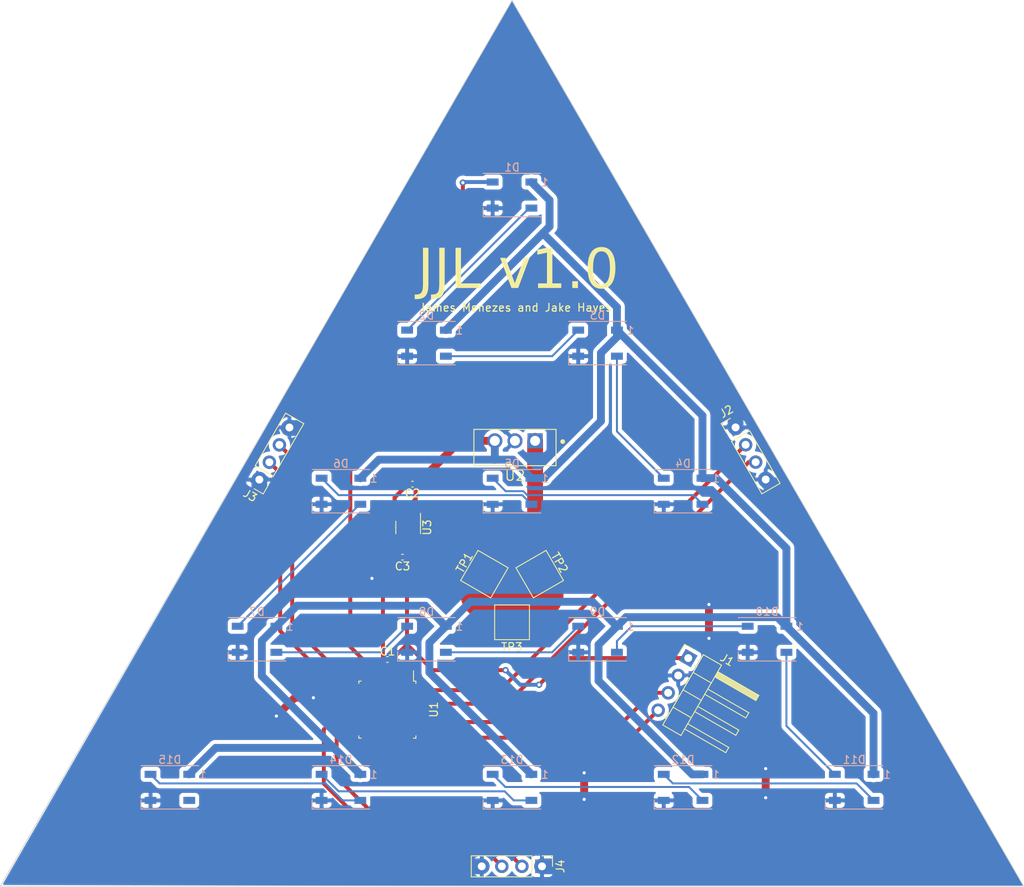
<source format=kicad_pcb>
(kicad_pcb (version 20221018) (generator pcbnew)
  (layers (0 "F.Cu" signal) (31 "B.Cu" signal) (34 "B.Paste" user) (35 "F.Paste" user) (36 "B.SilkS" user "B.Silkscreen") (37 "F.SilkS" user "F.Silkscreen") (38 "B.Mask" user) (39 "F.Mask" user) (44 "Edge.Cuts" user))
  (net 0 "")
  (net 1 "+3.3V")
  (net 2 "GND")
  (net 3 "+5V")
  (net 4 "Net-(D1-DOUT)")
  (net 5 "/TIM2_CH1")
  (net 6 "Net-(D2-DOUT)")
  (net 7 "Net-(D3-DOUT)")
  (net 8 "Net-(D4-DOUT)")
  (net 9 "Net-(D5-DOUT)")
  (net 10 "Net-(D6-DOUT)")
  (net 11 "Net-(D7-DOUT)")
  (net 12 "Net-(D8-DOUT)")
  (net 13 "Net-(D10-DIN)")
  (net 14 "Net-(D10-DOUT)")
  (net 15 "Net-(D11-DOUT)")
  (net 16 "Net-(D12-DOUT)")
  (net 17 "Net-(D13-DOUT)")
  (net 18 "Net-(D14-DOUT)")
  (net 20 "/SWDIO")
  (net 21 "/SWCLK")
  (net 22 "+12V")
  (net 23 "/USART3_RX")
  (net 24 "/USART3_TX")
  (net 25 "/USART2_RX")
  (net 26 "/USART2_TX")
  (net 27 "/USART1_RX")
  (net 28 "/USART1_TX")
  (footprint "TestPoint:TestPoint_Pad_4.0x4.0mm" (layer "F.Cu") (at 200.92 162.23 60)
    (fp_text reference "TP1" (at 0 -2.898 60) (layer "F.SilkS"))
    (fp_text value "+")
    (fp_line (start -2.2 -2.2) (end 2.2 -2.2) (stroke (width 0.12)) (layer "F.SilkS"))
    (fp_line (start -2.2 2.2) (end -2.2 -2.2) (stroke (width 0.12)) (layer "F.SilkS"))
    (fp_line (start 2.2 -2.2) (end 2.2 2.2) (stroke (width 0.12)) (layer "F.SilkS"))
    (fp_line (start 2.2 2.2) (end -2.2 2.2) (stroke (width 0.12)) (layer "F.SilkS"))
    (pad "1" smd rect (at 0 0 60) (size 4 4) (layers "F.Cu" "F.Mask") (net 22 "+12V"))
  )
  (footprint "L7805CV-DG:TO255P1040X460X2890-3" (layer "F.Cu") (at 204.79 146.2 180)
    (fp_text reference "U2" (at 0 -3.5499) (layer "F.SilkS") (effects (font (size 1.301291 1.301291))))
    (fp_text value "L7805CV-DG")
    (fp_line (start -5.2 -2.3) (end -5.2 2.3) (stroke (width 0.127)) (layer "F.SilkS"))
    (fp_line (start -5.2 -2.3) (end 5.2 -2.3) (stroke (width 0.127)) (layer "F.SilkS"))
    (fp_line (start -5.2 2.3) (end 5.2 2.3) (stroke (width 0.127)) (layer "F.SilkS"))
    (fp_line (start 5.2 2.3) (end 5.2 -2.3) (stroke (width 0.127)) (layer "F.SilkS"))
    (fp_circle (center -6.04 0.75) (end -5.89 0.75) (stroke (width 0.3)) (fill none) (layer "F.SilkS"))
    (pad "1" thru_hole rect (at -2.55 0.85 180) (size 1.91 1.91) (drill 1.27) (layers "*.Cu" "*.Mask") (net 22 "+12V"))
    (pad "2" thru_hole circle (at 0 0.85 180) (size 1.91 1.91) (drill 1.27) (layers "*.Cu" "*.Mask") (net 2 "GND"))
    (pad "3" thru_hole circle (at 2.55 0.85 180) (size 1.91 1.91) (drill 1.27) (layers "*.Cu" "*.Mask") (net 3 "+5V"))
  )
  (footprint "Connector_PinHeader_2.54mm:PinHeader_1x04_P2.54mm_Vertical" (layer "F.Cu") (at 232.71 143.649104 30)
    (fp_text reference "J2" (at 0 -2.33 30) (layer "F.SilkS"))
    (fp_text value "Conn_01x04_Pin")
    (fp_line (start -1.33 -1.33) (end 0 -1.33) (stroke (width 0.12)) (layer "F.SilkS"))
    (fp_line (start -1.33 0) (end -1.33 -1.33) (stroke (width 0.12)) (layer "F.SilkS"))
    (fp_line (start -1.33 1.27) (end -1.33 8.95) (stroke (width 0.12)) (layer "F.SilkS"))
    (fp_line (start -1.33 1.27) (end 1.33 1.27) (stroke (width 0.12)) (layer "F.SilkS"))
    (fp_line (start -1.33 8.95) (end 1.33 8.95) (stroke (width 0.12)) (layer "F.SilkS"))
    (fp_line (start 1.33 1.27) (end 1.33 8.95) (stroke (width 0.12)) (layer "F.SilkS"))
    (pad "1" thru_hole rect (at 0 0 30) (size 1.7 1.7) (drill 1) (layers "*.Cu" "*.Mask") (net 2 "GND"))
    (pad "2" thru_hole oval (at 0 2.54 30) (size 1.7 1.7) (drill 1) (layers "*.Cu" "*.Mask") (net 27 "/USART1_RX"))
    (pad "3" thru_hole oval (at 0 5.08 30) (size 1.7 1.7) (drill 1) (layers "*.Cu" "*.Mask") (net 28 "/USART1_TX"))
    (pad "4" thru_hole oval (at 0 7.62 30) (size 1.7 1.7) (drill 1) (layers "*.Cu" "*.Mask") (net 2 "GND"))
  )
  (footprint "Capacitor_SMD:C_0402_1005Metric_Pad0.74x0.62mm_HandSolder" (layer "F.Cu") (at 188.65 173.04 180)
    (fp_text reference "C1" (at -0.01 1.02) (layer "F.SilkS"))
    (fp_text value "100n")
    (fp_line (start -0.115835 -0.36) (end 0.115835 -0.36) (stroke (width 0.12)) (layer "F.SilkS"))
    (fp_line (start -0.115835 0.36) (end 0.115835 0.36) (stroke (width 0.12)) (layer "F.SilkS"))
    (pad "1" smd roundrect (at -0.5675 0 180) (size 0.735 0.62) (layers "F.Cu" "F.Paste" "F.Mask") (net 1 "+3.3V"))
    (pad "2" smd roundrect (at 0.5675 0 180) (size 0.735 0.62) (layers "F.Cu" "F.Paste" "F.Mask") (net 2 "GND"))
  )
  (footprint "Capacitor_SMD:C_0402_1005Metric_Pad0.74x0.62mm_HandSolder" (layer "F.Cu") (at 190.56 160.08 180)
    (fp_text reference "C3" (at 0 -1.16) (layer "F.SilkS"))
    (fp_text value "1u")
    (fp_line (start -0.115835 -0.36) (end 0.115835 -0.36) (stroke (width 0.12)) (layer "F.SilkS"))
    (fp_line (start -0.115835 0.36) (end 0.115835 0.36) (stroke (width 0.12)) (layer "F.SilkS"))
    (pad "1" smd roundrect (at -0.5675 0 180) (size 0.735 0.62) (layers "F.Cu" "F.Paste" "F.Mask") (net 1 "+3.3V"))
    (pad "2" smd roundrect (at 0.5675 0 180) (size 0.735 0.62) (layers "F.Cu" "F.Paste" "F.Mask") (net 2 "GND"))
  )
  (footprint "Connector_PinHeader_2.54mm:PinHeader_1x04_P2.54mm_Vertical" (layer "F.Cu") (at 208.21 199.23 -90)
    (fp_text reference "J4" (at 0 -2.33 90) (layer "F.SilkS"))
    (fp_text value "Conn_01x04_Pin")
    (fp_line (start -1.33 -1.33) (end 0 -1.33) (stroke (width 0.12)) (layer "F.SilkS"))
    (fp_line (start -1.33 0) (end -1.33 -1.33) (stroke (width 0.12)) (layer "F.SilkS"))
    (fp_line (start -1.33 1.27) (end -1.33 8.95) (stroke (width 0.12)) (layer "F.SilkS"))
    (fp_line (start -1.33 1.27) (end 1.33 1.27) (stroke (width 0.12)) (layer "F.SilkS"))
    (fp_line (start -1.33 8.95) (end 1.33 8.95) (stroke (width 0.12)) (layer "F.SilkS"))
    (fp_line (start 1.33 1.27) (end 1.33 8.95) (stroke (width 0.12)) (layer "F.SilkS"))
    (pad "1" thru_hole rect (at 0 0 270) (size 1.7 1.7) (drill 1) (layers "*.Cu" "*.Mask") (net 2 "GND"))
    (pad "2" thru_hole oval (at 0 2.54 270) (size 1.7 1.7) (drill 1) (layers "*.Cu" "*.Mask") (net 23 "/USART3_RX"))
    (pad "3" thru_hole oval (at 0 5.08 270) (size 1.7 1.7) (drill 1) (layers "*.Cu" "*.Mask") (net 24 "/USART3_TX"))
    (pad "4" thru_hole oval (at 0 7.62 270) (size 1.7 1.7) (drill 1) (layers "*.Cu" "*.Mask") (net 2 "GND"))
  )
  (footprint "TestPoint:TestPoint_Pad_4.0x4.0mm" (layer "F.Cu") (at 204.42 168.33 180)
    (fp_text reference "TP3" (at 0.02 -3.12) (layer "F.SilkS"))
    (fp_text value "+")
    (fp_line (start -2.2 -2.2) (end 2.2 -2.2) (stroke (width 0.12)) (layer "F.SilkS"))
    (fp_line (start -2.2 2.2) (end -2.2 -2.2) (stroke (width 0.12)) (layer "F.SilkS"))
    (fp_line (start 2.2 -2.2) (end 2.2 2.2) (stroke (width 0.12)) (layer "F.SilkS"))
    (fp_line (start 2.2 2.2) (end -2.2 2.2) (stroke (width 0.12)) (layer "F.SilkS"))
    (pad "1" smd rect (at 0 0 180) (size 4 4) (layers "F.Cu" "F.Mask") (net 22 "+12V"))
  )
  (footprint "Package_TO_SOT_SMD:SOT-23-5" (layer "F.Cu") (at 191.27 156.32 -90)
    (fp_text reference "U3" (at 0 -2.4 90) (layer "F.SilkS"))
    (fp_text value "TLV70033_SOT23-5")
    (fp_line (start 0 -1.56) (end -1.8 -1.56) (stroke (width 0.12)) (layer "F.SilkS"))
    (fp_line (start 0 -1.56) (end 0.8 -1.56) (stroke (width 0.12)) (layer "F.SilkS"))
    (fp_line (start 0 1.56) (end -0.8 1.56) (stroke (width 0.12)) (layer "F.SilkS"))
    (fp_line (start 0 1.56) (end 0.8 1.56) (stroke (width 0.12)) (layer "F.SilkS"))
    (pad "1" smd roundrect (at -1.1375 -0.95 270) (size 1.325 0.6) (layers "F.Cu" "F.Paste" "F.Mask") (net 3 "+5V"))
    (pad "2" smd roundrect (at -1.1375 0 270) (size 1.325 0.6) (layers "F.Cu" "F.Paste" "F.Mask") (net 2 "GND"))
    (pad "3" smd roundrect (at -1.1375 0.95 270) (size 1.325 0.6) (layers "F.Cu" "F.Paste" "F.Mask") (net 3 "+5V"))
    (pad "4" smd roundrect (at 1.1375 0.95 270) (size 1.325 0.6) (layers "F.Cu" "F.Paste" "F.Mask"))
    (pad "5" smd roundrect (at 1.1375 -0.95 270) (size 1.325 0.6) (layers "F.Cu" "F.Paste" "F.Mask") (net 1 "+3.3V"))
  )
  (footprint "Connector_PinHeader_2.54mm:PinHeader_1x04_P2.54mm_Horizontal" (layer "F.Cu") (at 226.72 172.860295 -30)
    (fp_text reference "J1" (at 4.385 -2.27 150) (layer "F.SilkS"))
    (fp_text value "Conn_01x04_Pin")
    (fp_line (start -1.27 -1.27) (end 0 -1.27) (stroke (width 0.12)) (layer "F.SilkS"))
    (fp_line (start -1.27 0) (end -1.27 -1.27) (stroke (width 0.12)) (layer "F.SilkS"))
    (fp_line (start 1.042929 2.16) (end 1.44 2.16) (stroke (width 0.12)) (layer "F.SilkS"))
    (fp_line (start 1.042929 2.92) (end 1.44 2.92) (stroke (width 0.12)) (layer "F.SilkS"))
    (fp_line (start 1.042929 4.7) (end 1.44 4.7) (stroke (width 0.12)) (layer "F.SilkS"))
    (fp_line (start 1.042929 5.46) (end 1.44 5.46) (stroke (width 0.12)) (layer "F.SilkS"))
    (fp_line (start 1.042929 7.24) (end 1.44 7.24) (stroke (width 0.12)) (layer "F.SilkS"))
    (fp_line (start 1.042929 8) (end 1.44 8) (stroke (width 0.12)) (layer "F.SilkS"))
    (fp_line (start 1.11 -0.38) (end 1.44 -0.38) (stroke (width 0.12)) (layer "F.SilkS"))
    (fp_line (start 1.11 0.38) (end 1.44 0.38) (stroke (width 0.12)) (layer "F.SilkS"))
    (fp_line (start 1.44 -1.33) (end 1.44 8.95) (stroke (width 0.12)) (layer "F.SilkS"))
    (fp_line (start 1.44 1.27) (end 4.1 1.27) (stroke (width 0.12)) (layer "F.SilkS"))
    (fp_line (start 1.44 3.81) (end 4.1 3.81) (stroke (width 0.12)) (layer "F.SilkS"))
    (fp_line (start 1.44 6.35) (end 4.1 6.35) (stroke (width 0.12)) (layer "F.SilkS"))
    (fp_line (start 1.44 8.95) (end 4.1 8.95) (stroke (width 0.12)) (layer "F.SilkS"))
    (fp_line (start 4.1 -1.33) (end 1.44 -1.33) (stroke (width 0.12)) (layer "F.SilkS"))
    (fp_line (start 4.1 -0.38) (end 10.1 -0.38) (stroke (width 0.12)) (layer "F.SilkS"))
    (fp_line (start 4.1 -0.32) (end 10.1 -0.32) (stroke (width 0.12)) (layer "F.SilkS"))
    (fp_line (start 4.1 -0.2) (end 10.1 -0.2) (stroke (width 0.12)) (layer "F.SilkS"))
    (fp_line (start 4.1 -0.08) (end 10.1 -0.08) (stroke (width 0.12)) (layer "F.SilkS"))
    (fp_line (start 4.1 0.04) (end 10.1 0.04) (stroke (width 0.12)) (layer "F.SilkS"))
    (fp_line (start 4.1 0.16) (end 10.1 0.16) (stroke (width 0.12)) (layer "F.SilkS"))
    (fp_line (start 4.1 0.28) (end 10.1 0.28) (stroke (width 0.12)) (layer "F.SilkS"))
    (fp_line (start 4.1 2.16) (end 10.1 2.16) (stroke (width 0.12)) (layer "F.SilkS"))
    (fp_line (start 4.1 4.7) (end 10.1 4.7) (stroke (width 0.12)) (layer "F.SilkS"))
    (fp_line (start 4.1 7.24) (end 10.1 7.24) (stroke (width 0.12)) (layer "F.SilkS"))
    (fp_line (start 4.1 8.95) (end 4.1 -1.33) (stroke (width 0.12)) (layer "F.SilkS"))
    (fp_line (start 10.1 -0.38) (end 10.1 0.38) (stroke (width 0.12)) (layer "F.SilkS"))
    (fp_line (start 10.1 0.38) (end 4.1 0.38) (stroke (width 0.12)) (layer "F.SilkS"))
    (fp_line (start 10.1 2.16) (end 10.1 2.92) (stroke (width 0.12)) (layer "F.SilkS"))
    (fp_line (start 10.1 2.92) (end 4.1 2.92) (stroke (width 0.12)) (layer "F.SilkS"))
    (fp_line (start 10.1 4.7) (end 10.1 5.46) (stroke (width 0.12)) (layer "F.SilkS"))
    (fp_line (start 10.1 5.46) (end 4.1 5.46) (stroke (width 0.12)) (layer "F.SilkS"))
    (fp_line (start 10.1 7.24) (end 10.1 8) (stroke (width 0.12)) (layer "F.SilkS"))
    (fp_line (start 10.1 8) (end 4.1 8) (stroke (width 0.12)) (layer "F.SilkS"))
    (pad "1" thru_hole rect (at 0 0 330) (size 1.7 1.7) (drill 1) (layers "*.Cu" "*.Mask") (net 1 "+3.3V"))
    (pad "2" thru_hole oval (at 0 2.54 330) (size 1.7 1.7) (drill 1) (layers "*.Cu" "*.Mask") (net 2 "GND"))
    (pad "3" thru_hole oval (at 0 5.08 330) (size 1.7 1.7) (drill 1) (layers "*.Cu" "*.Mask") (net 20 "/SWDIO"))
    (pad "4" thru_hole oval (at 0 7.62 330) (size 1.7 1.7) (drill 1) (layers "*.Cu" "*.Mask") (net 21 "/SWCLK"))
  )
  (footprint "Capacitor_SMD:C_0402_1005Metric_Pad0.74x0.62mm_HandSolder" (layer "F.Cu") (at 191.82 150.84 180)
    (fp_text reference "C2" (at 0 -1.16) (layer "F.SilkS"))
    (fp_text value "1u")
    (fp_line (start -0.115835 -0.36) (end 0.115835 -0.36) (stroke (width 0.12)) (layer "F.SilkS"))
    (fp_line (start -0.115835 0.36) (end 0.115835 0.36) (stroke (width 0.12)) (layer "F.SilkS"))
    (pad "1" smd roundrect (at -0.5675 0 180) (size 0.735 0.62) (layers "F.Cu" "F.Paste" "F.Mask") (net 3 "+5V"))
    (pad "2" smd roundrect (at 0.5675 0 180) (size 0.735 0.62) (layers "F.Cu" "F.Paste" "F.Mask") (net 2 "GND"))
  )
  (footprint "TestPoint:TestPoint_Pad_4.0x4.0mm" (layer "F.Cu") (at 207.92 162.23 -60)
    (fp_text reference "TP2" (at 0 -2.898 120) (layer "F.SilkS"))
    (fp_text value "+")
    (fp_line (start -2.2 -2.2) (end 2.2 -2.2) (stroke (width 0.12)) (layer "F.SilkS"))
    (fp_line (start -2.2 2.2) (end -2.2 -2.2) (stroke (width 0.12)) (layer "F.SilkS"))
    (fp_line (start 2.2 -2.2) (end 2.2 2.2) (stroke (width 0.12)) (layer "F.SilkS"))
    (fp_line (start 2.2 2.2) (end -2.2 2.2) (stroke (width 0.12)) (layer "F.SilkS"))
    (pad "1" smd rect (at 0 0 300) (size 4 4) (layers "F.Cu" "F.Mask") (net 22 "+12V"))
  )
  (footprint "Connector_PinHeader_2.54mm:PinHeader_1x04_P2.54mm_Vertical" (layer "F.Cu") (at 172.44 150.260897 150)
    (fp_text reference "J3" (at 0 -2.33 150) (layer "F.SilkS"))
    (fp_text value "Conn_01x04_Pin")
    (fp_line (start -1.33 -1.33) (end 0 -1.33) (stroke (width 0.12)) (layer "F.SilkS"))
    (fp_line (start -1.33 0) (end -1.33 -1.33) (stroke (width 0.12)) (layer "F.SilkS"))
    (fp_line (start -1.33 1.27) (end -1.33 8.95) (stroke (width 0.12)) (layer "F.SilkS"))
    (fp_line (start -1.33 1.27) (end 1.33 1.27) (stroke (width 0.12)) (layer "F.SilkS"))
    (fp_line (start -1.33 8.95) (end 1.33 8.95) (stroke (width 0.12)) (layer "F.SilkS"))
    (fp_line (start 1.33 1.27) (end 1.33 8.95) (stroke (width 0.12)) (layer "F.SilkS"))
    (pad "1" thru_hole rect (at 0 0 150) (size 1.7 1.7) (drill 1) (layers "*.Cu" "*.Mask") (net 2 "GND"))
    (pad "2" thru_hole oval (at 0 2.54 150) (size 1.7 1.7) (drill 1) (layers "*.Cu" "*.Mask") (net 25 "/USART2_RX"))
    (pad "3" thru_hole oval (at 0 5.08 150) (size 1.7 1.7) (drill 1) (layers "*.Cu" "*.Mask") (net 26 "/USART2_TX"))
    (pad "4" thru_hole oval (at 0 7.62 150) (size 1.7 1.7) (drill 1) (layers "*.Cu" "*.Mask") (net 2 "GND"))
  )
  (footprint "Package_QFP:LQFP-32_7x7mm_P0.8mm" (layer "F.Cu") (at 188.64 179.39 -90)
    (fp_text reference "U1" (at 0 -5.88 90) (layer "F.SilkS"))
    (fp_text value "STM32G0B1KCTx")
    (fp_line (start -3.61 -3.61) (end -3.61 -3.31) (stroke (width 0.12)) (layer "F.SilkS"))
    (fp_line (start -3.61 -3.31) (end -4.925 -3.31) (stroke (width 0.12)) (layer "F.SilkS"))
    (fp_line (start -3.61 3.61) (end -3.61 3.31) (stroke (width 0.12)) (layer "F.SilkS"))
    (fp_line (start -3.31 -3.61) (end -3.61 -3.61) (stroke (width 0.12)) (layer "F.SilkS"))
    (fp_line (start -3.31 3.61) (end -3.61 3.61) (stroke (width 0.12)) (layer "F.SilkS"))
    (fp_line (start 3.31 -3.61) (end 3.61 -3.61) (stroke (width 0.12)) (layer "F.SilkS"))
    (fp_line (start 3.31 3.61) (end 3.61 3.61) (stroke (width 0.12)) (layer "F.SilkS"))
    (fp_line (start 3.61 -3.61) (end 3.61 -3.31) (stroke (width 0.12)) (layer "F.SilkS"))
    (fp_line (start 3.61 3.61) (end 3.61 3.31) (stroke (width 0.12)) (layer "F.SilkS"))
    (pad "1" smd roundrect (at -4.175 -2.8 270) (size 1.5 0.5) (layers "F.Cu" "F.Paste" "F.Mask"))
    (pad "2" smd roundrect (at -4.175 -2 270) (size 1.5 0.5) (layers "F.Cu" "F.Paste" "F.Mask"))
    (pad "3" smd roundrect (at -4.175 -1.2 270) (size 1.5 0.5) (layers "F.Cu" "F.Paste" "F.Mask"))
    (pad "4" smd roundrect (at -4.175 -0.4 270) (size 1.5 0.5) (layers "F.Cu" "F.Paste" "F.Mask") (net 1 "+3.3V"))
    (pad "5" smd roundrect (at -4.175 0.4 270) (size 1.5 0.5) (layers "F.Cu" "F.Paste" "F.Mask") (net 2 "GND"))
    (pad "6" smd roundrect (at -4.175 1.2 270) (size 1.5 0.5) (layers "F.Cu" "F.Paste" "F.Mask"))
    (pad "7" smd roundrect (at -4.175 2 270) (size 1.5 0.5) (layers "F.Cu" "F.Paste" "F.Mask") (net 5 "/TIM2_CH1"))
    (pad "8" smd roundrect (at -4.175 2.8 270) (size 1.5 0.5) (layers "F.Cu" "F.Paste" "F.Mask"))
    (pad "9" smd roundrect (at -2.8 4.175 270) (size 0.5 1.5) (layers "F.Cu" "F.Paste" "F.Mask") (net 26 "/USART2_TX"))
    (pad "10" smd roundrect (at -2 4.175 270) (size 0.5 1.5) (layers "F.Cu" "F.Paste" "F.Mask") (net 25 "/USART2_RX"))
    (pad "11" smd roundrect (at -1.2 4.175 270) (size 0.5 1.5) (layers "F.Cu" "F.Paste" "F.Mask"))
    (pad "12" smd roundrect (at -0.4 4.175 270) (size 0.5 1.5) (layers "F.Cu" "F.Paste" "F.Mask") (net 24 "/USART3_TX"))
    (pad "13" smd roundrect (at 0.4 4.175 270) (size 0.5 1.5) (layers "F.Cu" "F.Paste" "F.Mask"))
    (pad "14" smd roundrect (at 1.2 4.175 270) (size 0.5 1.5) (layers "F.Cu" "F.Paste" "F.Mask"))
    (pad "15" smd roundrect (at 2 4.175 270) (size 0.5 1.5) (layers "F.Cu" "F.Paste" "F.Mask") (net 23 "/USART3_RX"))
    (pad "16" smd roundrect (at 2.8 4.175 270) (size 0.5 1.5) (layers "F.Cu" "F.Paste" "F.Mask"))
    (pad "17" smd roundrect (at 4.175 2.8 270) (size 1.5 0.5) (layers "F.Cu" "F.Paste" "F.Mask"))
    (pad "18" smd roundrect (at 4.175 2 270) (size 1.5 0.5) (layers "F.Cu" "F.Paste" "F.Mask"))
    (pad "19" smd roundrect (at 4.175 1.2 270) (size 1.5 0.5) (layers "F.Cu" "F.Paste" "F.Mask"))
    (pad "20" smd roundrect (at 4.175 0.4 270) (size 1.5 0.5) (layers "F.Cu" "F.Paste" "F.Mask"))
    (pad "21" smd roundrect (at 4.175 -0.4 270) (size 1.5 0.5) (layers "F.Cu" "F.Paste" "F.Mask"))
    (pad "22" smd roundrect (at 4.175 -1.2 270) (size 1.5 0.5) (layers "F.Cu" "F.Paste" "F.Mask"))
    (pad "23" smd roundrect (at 4.175 -2 270) (size 1.5 0.5) (layers "F.Cu" "F.Paste" "F.Mask"))
    (pad "24" smd roundrect (at 4.175 -2.8 270) (size 1.5 0.5) (layers "F.Cu" "F.Paste" "F.Mask"))
    (pad "25" smd roundrect (at 2.8 -4.175 270) (size 0.5 1.5) (layers "F.Cu" "F.Paste" "F.Mask") (net 21 "/SWCLK"))
    (pad "26" smd roundrect (at 2 -4.175 270) (size 0.5 1.5) (layers "F.Cu" "F.Paste" "F.Mask") (net 20 "/SWDIO"))
    (pad "27" smd roundrect (at 1.2 -4.175 270) (size 0.5 1.5) (layers "F.Cu" "F.Paste" "F.Mask"))
    (pad "28" smd roundrect (at 0.4 -4.175 270) (size 0.5 1.5) (layers "F.Cu" "F.Paste" "F.Mask"))
    (pad "29" smd roundrect (at -0.4 -4.175 270) (size 0.5 1.5) (layers "F.Cu" "F.Paste" "F.Mask"))
    (pad "30" smd roundrect (at -1.2 -4.175 270) (size 0.5 1.5) (layers "F.Cu" "F.Paste" "F.Mask") (net 28 "/USART1_TX"))
    (pad "31" smd roundrect (at -2 -4.175 270) (size 0.5 1.5) (layers "F.Cu" "F.Paste" "F.Mask") (net 27 "/USART1_RX"))
    (pad "32" smd roundrect (at -2.8 -4.175 270) (size 0.5 1.5) (layers "F.Cu" "F.Paste" "F.Mask"))
  )
  (footprint "LED_SMD:LED_WS2812B_PLCC4_5.0x5.0mm_P3.2mm" (layer "B.Cu") (at 247.7212 189.23 180)
    (fp_text reference "D11" (at 0 3.5) (layer "B.SilkS") (effects (justify mirror)))
    (fp_text value "WS2812B")
    (fp_text user "1" (at -4.15 1.6) (layer "B.SilkS") (effects (justify mirror)))
    (fp_line (start -3.65 -2.75) (end 3.65 -2.75) (stroke (width 0.12)) (layer "B.SilkS"))
    (fp_line (start -3.65 2.75) (end 3.65 2.75) (stroke (width 0.12)) (layer "B.SilkS"))
    (fp_line (start 3.65 -2.75) (end 3.65 -1.6) (stroke (width 0.12)) (layer "B.SilkS"))
    (pad "1" smd rect (at -2.45 1.65 180) (size 1.5 0.9) (layers "B.Cu" "B.Paste" "B.Mask") (net 3 "+5V"))
    (pad "2" smd rect (at -2.45 -1.65 180) (size 1.5 0.9) (layers "B.Cu" "B.Paste" "B.Mask") (net 15 "Net-(D11-DOUT)"))
    (pad "3" smd rect (at 2.45 -1.65 180) (size 1.5 0.9) (layers "B.Cu" "B.Paste" "B.Mask") (net 2 "GND"))
    (pad "4" smd rect (at 2.45 1.65 180) (size 1.5 0.9) (layers "B.Cu" "B.Paste" "B.Mask") (net 14 "Net-(D10-DOUT)"))
  )
  (footprint "LED_SMD:LED_WS2812B_PLCC4_5.0x5.0mm_P3.2mm" (layer "B.Cu") (at 215.2453 132.98 180)
    (fp_text reference "D3" (at 0 3.5) (layer "B.SilkS") (effects (justify mirror)))
    (fp_text value "WS2812B")
    (fp_text user "1" (at -4.15 1.6) (layer "B.SilkS") (effects (justify mirror)))
    (fp_line (start -3.65 -2.75) (end 3.65 -2.75) (stroke (width 0.12)) (layer "B.SilkS"))
    (fp_line (start -3.65 2.75) (end 3.65 2.75) (stroke (width 0.12)) (layer "B.SilkS"))
    (fp_line (start 3.65 -2.75) (end 3.65 -1.6) (stroke (width 0.12)) (layer "B.SilkS"))
    (pad "1" smd rect (at -2.45 1.65 180) (size 1.5 0.9) (layers "B.Cu" "B.Paste" "B.Mask") (net 3 "+5V"))
    (pad "2" smd rect (at -2.45 -1.65 180) (size 1.5 0.9) (layers "B.Cu" "B.Paste" "B.Mask") (net 7 "Net-(D3-DOUT)"))
    (pad "3" smd rect (at 2.45 -1.65 180) (size 1.5 0.9) (layers "B.Cu" "B.Paste" "B.Mask") (net 2 "GND"))
    (pad "4" smd rect (at 2.45 1.65 180) (size 1.5 0.9) (layers "B.Cu" "B.Paste" "B.Mask") (net 6 "Net-(D2-DOUT)"))
  )
  (footprint "LED_SMD:LED_WS2812B_PLCC4_5.0x5.0mm_P3.2mm" (layer "B.Cu") (at 161.1188 189.23 180)
    (fp_text reference "D15" (at 0 3.5) (layer "B.SilkS") (effects (justify mirror)))
    (fp_text value "WS2812B")
    (fp_text user "1" (at -4.15 1.6) (layer "B.SilkS") (effects (justify mirror)))
    (fp_line (start -3.65 -2.75) (end 3.65 -2.75) (stroke (width 0.12)) (layer "B.SilkS"))
    (fp_line (start -3.65 2.75) (end 3.65 2.75) (stroke (width 0.12)) (layer "B.SilkS"))
    (fp_line (start 3.65 -2.75) (end 3.65 -1.6) (stroke (width 0.12)) (layer "B.SilkS"))
    (pad "1" smd rect (at -2.45 1.65 180) (size 1.5 0.9) (layers "B.Cu" "B.Paste" "B.Mask") (net 3 "+5V"))
    (pad "2" smd rect (at -2.45 -1.65 180) (size 1.5 0.9) (layers "B.Cu" "B.Paste" "B.Mask"))
    (pad "3" smd rect (at 2.45 -1.65 180) (size 1.5 0.9) (layers "B.Cu" "B.Paste" "B.Mask") (net 2 "GND"))
    (pad "4" smd rect (at 2.45 1.65 180) (size 1.5 0.9) (layers "B.Cu" "B.Paste" "B.Mask") (net 18 "Net-(D14-DOUT)"))
  )
  (footprint "LED_SMD:LED_WS2812B_PLCC4_5.0x5.0mm_P3.2mm" (layer "B.Cu") (at 215.2453 170.48 180)
    (fp_text reference "D9" (at 0 3.5) (layer "B.SilkS") (effects (justify mirror)))
    (fp_text value "WS2812B")
    (fp_text user "1" (at -4.15 1.6) (layer "B.SilkS") (effects (justify mirror)))
    (fp_line (start -3.65 -2.75) (end 3.65 -2.75) (stroke (width 0.12)) (layer "B.SilkS"))
    (fp_line (start -3.65 2.75) (end 3.65 2.75) (stroke (width 0.12)) (layer "B.SilkS"))
    (fp_line (start 3.65 -2.75) (end 3.65 -1.6) (stroke (width 0.12)) (layer "B.SilkS"))
    (pad "1" smd rect (at -2.45 1.65 180) (size 1.5 0.9) (layers "B.Cu" "B.Paste" "B.Mask") (net 3 "+5V"))
    (pad "2" smd rect (at -2.45 -1.65 180) (size 1.5 0.9) (layers "B.Cu" "B.Paste" "B.Mask") (net 13 "Net-(D10-DIN)"))
    (pad "3" smd rect (at 2.45 -1.65 180) (size 1.5 0.9) (layers "B.Cu" "B.Paste" "B.Mask") (net 2 "GND"))
    (pad "4" smd rect (at 2.45 1.65 180) (size 1.5 0.9) (layers "B.Cu" "B.Paste" "B.Mask") (net 12 "Net-(D8-DOUT)"))
  )
  (footprint "LED_SMD:LED_WS2812B_PLCC4_5.0x5.0mm_P3.2mm" (layer "B.Cu") (at 193.5947 170.48 180)
    (fp_text reference "D8" (at 0 3.5) (layer "B.SilkS") (effects (justify mirror)))
    (fp_text value "WS2812B")
    (fp_text user "1" (at -4.15 1.6) (layer "B.SilkS") (effects (justify mirror)))
    (fp_line (start -3.65 -2.75) (end 3.65 -2.75) (stroke (width 0.12)) (layer "B.SilkS"))
    (fp_line (start -3.65 2.75) (end 3.65 2.75) (stroke (width 0.12)) (layer "B.SilkS"))
    (fp_line (start 3.65 -2.75) (end 3.65 -1.6) (stroke (width 0.12)) (layer "B.SilkS"))
    (pad "1" smd rect (at -2.45 1.65 180) (size 1.5 0.9) (layers "B.Cu" "B.Paste" "B.Mask") (net 3 "+5V"))
    (pad "2" smd rect (at -2.45 -1.65 180) (size 1.5 0.9) (layers "B.Cu" "B.Paste" "B.Mask") (net 12 "Net-(D8-DOUT)"))
    (pad "3" smd rect (at 2.45 -1.65 180) (size 1.5 0.9) (layers "B.Cu" "B.Paste" "B.Mask") (net 2 "GND"))
    (pad "4" smd rect (at 2.45 1.65 180) (size 1.5 0.9) (layers "B.Cu" "B.Paste" "B.Mask") (net 11 "Net-(D7-DOUT)"))
  )
  (footprint "LED_SMD:LED_WS2812B_PLCC4_5.0x5.0mm_P3.2mm" (layer "B.Cu") (at 204.42 151.73 180)
    (fp_text reference "D5" (at 0 3.5) (layer "B.SilkS") (effects (justify mirror)))
    (fp_text value "WS2812B")
    (fp_text user "1" (at -4.15 1.6) (layer "B.SilkS") (effects (justify mirror)))
    (fp_line (start -3.65 -2.75) (end 3.65 -2.75) (stroke (width 0.12)) (layer "B.SilkS"))
    (fp_line (start -3.65 2.75) (end 3.65 2.75) (stroke (width 0.12)) (layer "B.SilkS"))
    (fp_line (start 3.65 -2.75) (end 3.65 -1.6) (stroke (width 0.12)) (layer "B.SilkS"))
    (pad "1" smd rect (at -2.45 1.65 180) (size 1.5 0.9) (layers "B.Cu" "B.Paste" "B.Mask") (net 3 "+5V"))
    (pad "2" smd rect (at -2.45 -1.65 180) (size 1.5 0.9) (layers "B.Cu" "B.Paste" "B.Mask") (net 9 "Net-(D5-DOUT)"))
    (pad "3" smd rect (at 2.45 -1.65 180) (size 1.5 0.9) (layers "B.Cu" "B.Paste" "B.Mask") (net 2 "GND"))
    (pad "4" smd rect (at 2.45 1.65 180) (size 1.5 0.9) (layers "B.Cu" "B.Paste" "B.Mask") (net 8 "Net-(D4-DOUT)"))
  )
  (footprint "LED_SMD:LED_WS2812B_PLCC4_5.0x5.0mm_P3.2mm" (layer "B.Cu") (at 236.69405 170.48 180)
    (fp_text reference "D10" (at 0 3.5) (layer "B.SilkS") (effects (justify mirror)))
    (fp_text value "WS2812B")
    (fp_text user "1" (at -4.15 1.6) (layer "B.SilkS") (effects (justify mirror)))
    (fp_line (start -3.65 -2.75) (end 3.65 -2.75) (stroke (width 0.12)) (layer "B.SilkS"))
    (fp_line (start -3.65 2.75) (end 3.65 2.75) (stroke (width 0.12)) (layer "B.SilkS"))
    (fp_line (start 3.65 -2.75) (end 3.65 -1.6) (stroke (width 0.12)) (layer "B.SilkS"))
    (pad "1" smd rect (at -2.45 1.65 180) (size 1.5 0.9) (layers "B.Cu" "B.Paste" "B.Mask") (net 3 "+5V"))
    (pad "2" smd rect (at -2.45 -1.65 180) (size 1.5 0.9) (layers "B.Cu" "B.Paste" "B.Mask") (net 14 "Net-(D10-DOUT)"))
    (pad "3" smd rect (at 2.45 -1.65 180) (size 1.5 0.9) (layers "B.Cu" "B.Paste" "B.Mask") (net 2 "GND"))
    (pad "4" smd rect (at 2.45 1.65 180) (size 1.5 0.9) (layers "B.Cu" "B.Paste" "B.Mask") (net 13 "Net-(D10-DIN)"))
  )
  (footprint "LED_SMD:LED_WS2812B_PLCC4_5.0x5.0mm_P3.2mm" (layer "B.Cu") (at 204.42 114.23 180)
    (fp_text reference "D1" (at 0 3.5) (layer "B.SilkS") (effects (justify mirror)))
    (fp_text value "WS2812B")
    (fp_text user "1" (at -4.15 1.6) (layer "B.SilkS") (effects (justify mirror)))
    (fp_line (start -3.65 -2.75) (end 3.65 -2.75) (stroke (width 0.12)) (layer "B.SilkS"))
    (fp_line (start -3.65 2.75) (end 3.65 2.75) (stroke (width 0.12)) (layer "B.SilkS"))
    (fp_line (start 3.65 -2.75) (end 3.65 -1.6) (stroke (width 0.12)) (layer "B.SilkS"))
    (pad "1" smd rect (at -2.45 1.65 180) (size 1.5 0.9) (layers "B.Cu" "B.Paste" "B.Mask") (net 3 "+5V"))
    (pad "2" smd rect (at -2.45 -1.65 180) (size 1.5 0.9) (layers "B.Cu" "B.Paste" "B.Mask") (net 4 "Net-(D1-DOUT)"))
    (pad "3" smd rect (at 2.45 -1.65 180) (size 1.5 0.9) (layers "B.Cu" "B.Paste" "B.Mask") (net 2 "GND"))
    (pad "4" smd rect (at 2.45 1.65 180) (size 1.5 0.9) (layers "B.Cu" "B.Paste" "B.Mask") (net 5 "/TIM2_CH1"))
  )
  (footprint "LED_SMD:LED_WS2812B_PLCC4_5.0x5.0mm_P3.2mm" (layer "B.Cu") (at 182.7694 151.73 180)
    (fp_text reference "D6" (at 0 3.5) (layer "B.SilkS") (effects (justify mirror)))
    (fp_text value "WS2812B")
    (fp_text user "1" (at -4.15 1.6) (layer "B.SilkS") (effects (justify mirror)))
    (fp_line (start -3.65 -2.75) (end 3.65 -2.75) (stroke (width 0.12)) (layer "B.SilkS"))
    (fp_line (start -3.65 2.75) (end 3.65 2.75) (stroke (width 0.12)) (layer "B.SilkS"))
    (fp_line (start 3.65 -2.75) (end 3.65 -1.6) (stroke (width 0.12)) (layer "B.SilkS"))
    (pad "1" smd rect (at -2.45 1.65 180) (size 1.5 0.9) (layers "B.Cu" "B.Paste" "B.Mask") (net 3 "+5V"))
    (pad "2" smd rect (at -2.45 -1.65 180) (size 1.5 0.9) (layers "B.Cu" "B.Paste" "B.Mask") (net 10 "Net-(D6-DOUT)"))
    (pad "3" smd rect (at 2.45 -1.65 180) (size 1.5 0.9) (layers "B.Cu" "B.Paste" "B.Mask") (net 2 "GND"))
    (pad "4" smd rect (at 2.45 1.65 180) (size 1.5 0.9) (layers "B.Cu" "B.Paste" "B.Mask") (net 9 "Net-(D5-DOUT)"))
  )
  (footprint "LED_SMD:LED_WS2812B_PLCC4_5.0x5.0mm_P3.2mm" (layer "B.Cu") (at 226.0706 189.23 180)
    (fp_text reference "D12" (at 0 3.5) (layer "B.SilkS") (effects (justify mirror)))
    (fp_text value "WS2812B")
    (fp_text user "1" (at -4.15 1.6) (layer "B.SilkS") (effects (justify mirror)))
    (fp_line (start -3.65 -2.75) (end 3.65 -2.75) (stroke (width 0.12)) (layer "B.SilkS"))
    (fp_line (start -3.65 2.75) (end 3.65 2.75) (stroke (width 0.12)) (layer "B.SilkS"))
    (fp_line (start 3.65 -2.75) (end 3.65 -1.6) (stroke (width 0.12)) (layer "B.SilkS"))
    (pad "1" smd rect (at -2.45 1.65 180) (size 1.5 0.9) (layers "B.Cu" "B.Paste" "B.Mask") (net 3 "+5V"))
    (pad "2" smd rect (at -2.45 -1.65 180) (size 1.5 0.9) (layers "B.Cu" "B.Paste" "B.Mask") (net 16 "Net-(D12-DOUT)"))
    (pad "3" smd rect (at 2.45 -1.65 180) (size 1.5 0.9) (layers "B.Cu" "B.Paste" "B.Mask") (net 2 "GND"))
    (pad "4" smd rect (at 2.45 1.65 180) (size 1.5 0.9) (layers "B.Cu" "B.Paste" "B.Mask") (net 15 "Net-(D11-DOUT)"))
  )
  (footprint "LED_SMD:LED_WS2812B_PLCC4_5.0x5.0mm_P3.2mm" (layer "B.Cu") (at 182.7694 189.23 180)
    (fp_text reference "D14" (at 0 3.5) (layer "B.SilkS") (effects (justify mirror)))
    (fp_text value "WS2812B")
    (fp_text user "1" (at -4.15 1.6) (layer "B.SilkS") (effects (justify mirror)))
    (fp_line (start -3.65 -2.75) (end 3.65 -2.75) (stroke (width 0.12)) (layer "B.SilkS"))
    (fp_line (start -3.65 2.75) (end 3.65 2.75) (stroke (width 0.12)) (layer "B.SilkS"))
    (fp_line (start 3.65 -2.75) (end 3.65 -1.6) (stroke (width 0.12)) (layer "B.SilkS"))
    (pad "1" smd rect (at -2.45 1.65 180) (size 1.5 0.9) (layers "B.Cu" "B.Paste" "B.Mask") (net 3 "+5V"))
    (pad "2" smd rect (at -2.45 -1.65 180) (size 1.5 0.9) (layers "B.Cu" "B.Paste" "B.Mask") (net 18 "Net-(D14-DOUT)"))
    (pad "3" smd rect (at 2.45 -1.65 180) (size 1.5 0.9) (layers "B.Cu" "B.Paste" "B.Mask") (net 2 "GND"))
    (pad "4" smd rect (at 2.45 1.65 180) (size 1.5 0.9) (layers "B.Cu" "B.Paste" "B.Mask") (net 17 "Net-(D13-DOUT)"))
  )
  (footprint "LED_SMD:LED_WS2812B_PLCC4_5.0x5.0mm_P3.2mm" (layer "B.Cu") (at 204.42 189.23 180)
    (fp_text reference "D13" (at 0 3.5) (layer "B.SilkS") (effects (justify mirror)))
    (fp_text value "WS2812B")
    (fp_text user "1" (at -4.15 1.6) (layer "B.SilkS") (effects (justify mirror)))
    (fp_line (start -3.65 -2.75) (end 3.65 -2.75) (stroke (width 0.12)) (layer "B.SilkS"))
    (fp_line (start -3.65 2.75) (end 3.65 2.75) (stroke (width 0.12)) (layer "B.SilkS"))
    (fp_line (start 3.65 -2.75) (end 3.65 -1.6) (stroke (width 0.12)) (layer "B.SilkS"))
    (pad "1" smd rect (at -2.45 1.65 180) (size 1.5 0.9) (layers "B.Cu" "B.Paste" "B.Mask") (net 3 "+5V"))
    (pad "2" smd rect (at -2.45 -1.65 180) (size 1.5 0.9) (layers "B.Cu" "B.Paste" "B.Mask") (net 17 "Net-(D13-DOUT)"))
    (pad "3" smd rect (at 2.45 -1.65 180) (size 1.5 0.9) (layers "B.Cu" "B.Paste" "B.Mask") (net 2 "GND"))
    (pad "4" smd rect (at 2.45 1.65 180) (size 1.5 0.9) (layers "B.Cu" "B.Paste" "B.Mask") (net 16 "Net-(D12-DOUT)"))
  )
  (footprint "LED_SMD:LED_WS2812B_PLCC4_5.0x5.0mm_P3.2mm" (layer "B.Cu") (at 193.5947 132.98 180)
    (fp_text reference "D2" (at 0 3.5) (layer "B.SilkS") (effects (justify mirror)))
    (fp_text value "WS2812B")
    (fp_text user "1" (at -4.15 1.6) (layer "B.SilkS") (effects (justify mirror)))
    (fp_line (start -3.65 -2.75) (end 3.65 -2.75) (stroke (width 0.12)) (layer "B.SilkS"))
    (fp_line (start -3.65 2.75) (end 3.65 2.75) (stroke (width 0.12)) (layer "B.SilkS"))
    (fp_line (start 3.65 -2.75) (end 3.65 -1.6) (stroke (width 0.12)) (layer "B.SilkS"))
    (pad "1" smd rect (at -2.45 1.65 180) (size 1.5 0.9) (layers "B.Cu" "B.Paste" "B.Mask") (net 3 "+5V"))
    (pad "2" smd rect (at -2.45 -1.65 180) (size 1.5 0.9) (layers "B.Cu" "B.Paste" "B.Mask") (net 6 "Net-(D2-DOUT)"))
    (pad "3" smd rect (at 2.45 -1.65 180) (size 1.5 0.9) (layers "B.Cu" "B.Paste" "B.Mask") (net 2 "GND"))
    (pad "4" smd rect (at 2.45 1.65 180) (size 1.5 0.9) (layers "B.Cu" "B.Paste" "B.Mask") (net 4 "Net-(D1-DOUT)"))
  )
  (footprint "LED_SMD:LED_WS2812B_PLCC4_5.0x5.0mm_P3.2mm" (layer "B.Cu") (at 226.0706 151.73 180)
    (fp_text reference "D4" (at 0 3.5) (layer "B.SilkS") (effects (justify mirror)))
    (fp_text value "WS2812B")
    (fp_text user "1" (at -4.15 1.6) (layer "B.SilkS") (effects (justify mirror)))
    (fp_line (start -3.65 -2.75) (end 3.65 -2.75) (stroke (width 0.12)) (layer "B.SilkS"))
    (fp_line (start -3.65 2.75) (end 3.65 2.75) (stroke (width 0.12)) (layer "B.SilkS"))
    (fp_line (start 3.65 -2.75) (end 3.65 -1.6) (stroke (width 0.12)) (layer "B.SilkS"))
    (pad "1" smd rect (at -2.45 1.65 180) (size 1.5 0.9) (layers "B.Cu" "B.Paste" "B.Mask") (net 3 "+5V"))
    (pad "2" smd rect (at -2.45 -1.65 180) (size 1.5 0.9) (layers "B.Cu" "B.Paste" "B.Mask") (net 8 "Net-(D4-DOUT)"))
    (pad "3" smd rect (at 2.45 -1.65 180) (size 1.5 0.9) (layers "B.Cu" "B.Paste" "B.Mask") (net 2 "GND"))
    (pad "4" smd rect (at 2.45 1.65 180) (size 1.5 0.9) (layers "B.Cu" "B.Paste" "B.Mask") (net 7 "Net-(D3-DOUT)"))
  )
  (footprint "LED_SMD:LED_WS2812B_PLCC4_5.0x5.0mm_P3.2mm" (layer "B.Cu") (at 172.14595 170.48 180)
    (fp_text reference "D7" (at 0 3.5) (layer "B.SilkS") (effects (justify mirror)))
    (fp_text value "WS2812B")
    (fp_text user "1" (at -4.15 1.6) (layer "B.SilkS") (effects (justify mirror)))
    (fp_line (start -3.65 -2.75) (end 3.65 -2.75) (stroke (width 0.12)) (layer "B.SilkS"))
    (fp_line (start -3.65 2.75) (end 3.65 2.75) (stroke (width 0.12)) (layer "B.SilkS"))
    (fp_line (start 3.65 -2.75) (end 3.65 -1.6) (stroke (width 0.12)) (layer "B.SilkS"))
    (pad "1" smd rect (at -2.45 1.65 180) (size 1.5 0.9) (layers "B.Cu" "B.Paste" "B.Mask") (net 3 "+5V"))
    (pad "2" smd rect (at -2.45 -1.65 180) (size 1.5 0.9) (layers "B.Cu" "B.Paste" "B.Mask") (net 11 "Net-(D7-DOUT)"))
    (pad "3" smd rect (at 2.45 -1.65 180) (size 1.5 0.9) (layers "B.Cu" "B.Paste" "B.Mask") (net 2 "GND"))
    (pad "4" smd rect (at 2.45 1.65 180) (size 1.5 0.9) (layers "B.Cu" "B.Paste" "B.Mask") (net 10 "Net-(D6-DOUT)"))
  )
  (gr_line (start 269.17 201.73) (end 204.42 89.57971) (stroke (width 0.1)) (layer "Edge.Cuts"))
  (gr_line (start 139.67 201.73) (end 204.42 89.57971) (stroke (width 0.1)) (layer "Edge.Cuts"))
  (gr_line (start 139.67 201.73) (end 269.17 201.73) (stroke (width 0.1)) (layer "Edge.Cuts"))
  (gr_text "JJL v1.0" (at 192.46 126.85) (layer "F.SilkS") (effects (font (size 5 5)) (justify left bottom)))
  (gr_text "James Menezes and Jake Hayes" (at 192.56 129.06) (layer "F.SilkS") (effects (font (size 1 1)) (justify left bottom)))
  (segment (start 192.22 157.4575) (end 192.22 158.9875) (width 0.5) (layer "F.Cu") (net 1))
  (segment (start 203.6 174.39) (end 194.3875 174.39) (width 0.5) (layer "F.Cu") (net 1))
  (segment (start 189.2175 173.04) (end 189.04 173.2175) (width 0.5) (layer "F.Cu") (net 1))
  (segment (start 211.219705 172.860295) (end 207.84 176.24) (width 0.5) (layer "F.Cu") (net 1))
  (segment (start 191.1275 160.08) (end 191.1275 171.13) (width 0.5) (layer "F.Cu") (net 1))
  (segment (start 189.04 173.2175) (end 189.04 175.215) (width 0.5) (layer "F.Cu") (net 1))
  (segment (start 226.72 172.860295) (end 211.219705 172.860295) (width 0.5) (layer "F.Cu") (net 1))
  (segment (start 191.1275 171.13) (end 189.2175 173.04) (width 0.5) (layer "F.Cu") (net 1))
  (segment (start 192.22 158.9875) (end 191.1275 160.08) (width 0.5) (layer "F.Cu") (net 1))
  (segment (start 194.3875 174.39) (end 191.1275 171.13) (width 0.5) (layer "F.Cu") (net 1))
  (via (at 207.84 176.24) (size 0.8) (drill 0.4) (layers "F.Cu" "B.Cu") (net 1))
  (via (at 203.6 174.39) (size 0.8) (drill 0.4) (layers "F.Cu" "B.Cu") (net 1))
  (segment (start 207.84 176.24) (end 205.45 176.24) (width 0.5) (layer "B.Cu") (net 1))
  (segment (start 205.45 176.24) (end 203.6 174.39) (width 0.5) (layer "B.Cu") (net 1))
  (segment (start 189.9925 160.08) (end 188.0825 161.99) (width 0.5) (layer "F.Cu") (net 2))
  (segment (start 187.3025 162.77) (end 188.0825 161.99) (width 0.5) (layer "F.Cu") (net 2))
  (segment (start 189.56 155.933528) (end 189.56 152.5325) (width 0.5) (layer "F.Cu") (net 2))
  (segment (start 188.0825 173.04) (end 188.24 173.1975) (width 0.5) (layer "F.Cu") (net 2))
  (segment (start 189.57 152.5225) (end 191.2525 150.84) (width 0.5) (layer "F.Cu") (net 2))
  (segment (start 229.34 170.36) (end 229.34 166.07) (width 1) (layer "F.Cu") (net 2))
  (segment (start 189.9925 160.08) (end 189.57 159.6575) (width 0.5) (layer "F.Cu") (net 2))
  (segment (start 189.57 159.6575) (end 189.57 152.5225) (width 0.5) (layer "F.Cu") (net 2))
  (segment (start 176.92 177.88) (end 174.6 180.2) (width 1) (layer "F.Cu") (net 2))
  (segment (start 189.921472 156.295) (end 189.56 155.933528) (width 0.5) (layer "F.Cu") (net 2))
  (segment (start 188.24 173.1975) (end 188.24 175.215) (width 0.5) (layer "F.Cu") (net 2))
  (segment (start 191.27 155.743528) (end 190.718528 156.295) (width 0.5) (layer "F.Cu") (net 2))
  (segment (start 189.56 152.5325) (end 191.2525 150.84) (width 0.5) (layer "F.Cu") (net 2))
  (segment (start 190.718528 156.295) (end 189.921472 156.295) (width 0.5) (layer "F.Cu") (net 2))
  (segment (start 191.27 155.1825) (end 191.27 155.743528) (width 0.5) (layer "F.Cu") (net 2))
  (segment (start 188.0825 161.99) (end 188.0825 173.04) (width 0.5) (layer "F.Cu") (net 2))
  (segment (start 191.2025 155.25) (end 191.27 155.1825) (width 0.5) (layer "F.Cu") (net 2))
  (segment (start 179.28 177.88) (end 176.92 177.88) (width 1) (layer "F.Cu") (net 2))
  (segment (start 236.52 186.86) (end 236.52 190.54) (width 1) (layer "F.Cu") (net 2))
  (segment (start 213.55 187.39) (end 213.55 190.75) (width 1) (layer "F.Cu") (net 2))
  (segment (start 186.69 162.77) (end 187.3025 162.77) (width 0.5) (layer "F.Cu") (net 2))
  (via (at 174.6 180.2) (size 0.8) (drill 0.4) (layers "F.Cu" "B.Cu") (net 2))
  (via (at 236.52 190.54) (size 0.8) (drill 0.4) (layers "F.Cu" "B.Cu") (net 2))
  (via (at 213.55 187.39) (size 0.8) (drill 0.4) (layers "F.Cu" "B.Cu") (net 2))
  (via (at 229.34 166.07) (size 0.8) (drill 0.4) (layers "F.Cu" "B.Cu") (net 2))
  (via (at 213.55 190.75) (size 0.8) (drill 0.4) (layers "F.Cu" "B.Cu") (net 2))
  (via (at 236.52 186.86) (size 0.8) (drill 0.4) (layers "F.Cu" "B.Cu") (net 2))
  (via (at 179.28 177.88) (size 0.8) (drill 0.4) (layers "F.Cu" "B.Cu") (net 2))
  (via (at 186.69 162.77) (size 0.8) (drill 0.4) (layers "F.Cu" "B.Cu") (net 2))
  (via (at 229.34 170.36) (size 0.8) (drill 0.4) (layers "F.Cu" "B.Cu") (net 2))
  (segment (start 176.25 143.661783) (end 176.238217 143.661783) (width 2) (layer "B.Cu") (net 2))
  (segment (start 232.71 143.649104) (end 232.71 142.27) (width 2) (layer "B.Cu") (net 2))
  (segment (start 208.21 199.23) (end 211.17 199.23) (width 2) (layer "B.Cu") (net 2))
  (segment (start 200.59 199.23) (end 197.67 199.23) (width 2) (layer "B.Cu") (net 2))
  (segment (start 176.17 143.73) (end 178.67 143.73) (width 2) (layer "B.Cu") (net 2))
  (segment (start 172.44 150.260897) (end 172.44 152.46) (width 2) (layer "B.Cu") (net 2))
  (segment (start 176.238217 143.661783) (end 176.17 143.73) (width 2) (layer "B.Cu") (net 2))
  (segment (start 236.52 150.248218) (end 238.001782 151.73) (width 2) (layer "B.Cu") (net 2))
  (segment (start 232.71 142.27) (end 231.67 141.23) (width 2) (layer "B.Cu") (net 2))
  (segment (start 238.001782 151.73) (end 238.17 151.73) (width 2) (layer "B.Cu") (net 2))
  (segment (start 172.44 152.46) (end 172.17 152.73) (width 2) (layer "B.Cu") (net 2))
  (segment (start 197.8775 145.35) (end 192.3875 150.84) (width 1) (layer "F.Cu") (net 3))
  (segment (start 192.22 155.1825) (end 192.22 151.0075) (width 0.5) (layer "F.Cu") (net 3))
  (segment (start 190.32 154.621472) (end 192.22 152.721472) (width 0.5) (layer "F.Cu") (net 3))
  (segment (start 190.32 155.1825) (end 190.32 154.621472) (width 0.5) (layer "F.Cu") (net 3))
  (segment (start 192.22 152.721472) (end 192.22 151.0075) (width 0.5) (layer "F.Cu") (net 3))
  (segment (start 202.24 145.35) (end 197.8775 145.35) (width 1) (layer "F.Cu") (net 3))
  (segment (start 192.22 151.0075) (end 192.3875 150.84) (width 0.5) (layer "F.Cu") (net 3))
  (segment (start 193.96 170.9147) (end 193.96 174.67) (width 1) (layer "B.Cu") (net 3))
  (segment (start 181.8694 184.23) (end 185.2194 187.58) (width 1) (layer "B.Cu") (net 3))
  (segment (start 237.99405 167.68) (end 239.14405 168.83) (width 1) (layer "B.Cu") (net 3))
  (segment (start 177.19595 166.23) (end 193.4447 166.23) (width 1) (layer "B.Cu") (net 3))
  (segment (start 217.6953 168.83) (end 215.37 171.1553) (width 1) (layer "B.Cu") (net 3))
  (segment (start 209.17 114.88) (end 209.17 118.2047) (width 1) (layer "B.Cu") (net 3))
  (segment (start 172.76 175.1206) (end 172.76 170.66595) (width 1) (layer "B.Cu") (net 3))
  (segment (start 208.32 119.0547) (end 196.0447 131.33) (width 1) (layer "B.Cu") (net 3))
  (segment (start 239.14405 158.96405) (end 239.14405 168.83) (width 1) (layer "B.Cu") (net 3))
  (segment (start 163.5688 187.58) (end 166.9188 184.23) (width 1) (layer "B.Cu") (net 3))
  (segment (start 230.26 150.08) (end 239.14405 158.96405) (width 1) (layer "B.Cu") (net 3))
  (segment (start 199.1447 165.73) (end 214.5953 165.73) (width 1) (layer "B.Cu") (net 3))
  (segment (start 202.24 147.7) (end 202.21 147.73) (width 1) (layer "B.Cu") (net 3))
  (segment (start 215.37 175.74) (end 227.21 187.58) (width 1) (layer "B.Cu") (net 3))
  (segment (start 202.21 147.73) (end 187.5694 147.73) (width 1) (layer "B.Cu") (net 3))
  (segment (start 185.2194 187.58) (end 172.76 175.1206) (width 1) (layer "B.Cu") (net 3))
  (segment (start 214.5953 165.73) (end 217.6953 168.83) (width 1) (layer "B.Cu") (net 3))
  (segment (start 217.6953 128.43) (end 217.6953 131.33) (width 1) (layer "B.Cu") (net 3))
  (segment (start 193.96 174.67) (end 206.87 187.58) (width 1) (layer "B.Cu") (net 3))
  (segment (start 166.9188 184.23) (end 181.8694 184.23) (width 1) (layer "B.Cu") (net 3))
  (segment (start 250.1712 179.85715) (end 239.14405 168.83) (width 1) (layer "B.Cu") (net 3))
  (segment (start 227.21 187.58) (end 228.5206 187.58) (width 1) (layer "B.Cu") (net 3))
  (segment (start 215.37 171.1553) (end 215.37 175.74) (width 1) (layer "B.Cu") (net 3))
  (segment (start 217.6953 132.2047) (end 217.6953 131.33) (width 1) (layer "B.Cu") (net 3))
  (segment (start 202.24 145.35) (end 202.24 147.7) (width 1) (layer "B.Cu") (net 3))
  (segment (start 250.1712 187.58) (end 250.1712 179.85715) (width 1) (layer "B.Cu") (net 3))
  (segment (start 217.6953 131.33) (end 228.5206 142.1553) (width 1) (layer "B.Cu") (net 3))
  (segment (start 204.52 147.73) (end 202.21 147.73) (width 1) (layer "B.Cu") (net 3))
  (segment (start 228.5206 142.1553) (end 228.5206 150.08) (width 1) (layer "B.Cu") (net 3))
  (segment (start 215.67 134.23) (end 217.6953 132.2047) (width 1) (layer "B.Cu") (net 3))
  (segment (start 208.32 119.0547) (end 217.6953 128.43) (width 1) (layer "B.Cu") (net 3))
  (segment (start 196.0447 168.83) (end 193.96 170.9147) (width 1) (layer "B.Cu") (net 3))
  (segment (start 215.67 142.85) (end 215.67 134.23) (width 1) (layer "B.Cu") (net 3))
  (segment (start 228.5206 150.08) (end 230.26 150.08) (width 1) (layer "B.Cu") (net 3))
  (segment (start 206.87 150.08) (end 204.52 147.73) (width 1) (layer "B.Cu") (net 3))
  (segment (start 217.6953 168.83) (end 218.8453 167.68) (width 1) (layer "B.Cu") (net 3))
  (segment (start 218.8453 167.68) (end 237.99405 167.68) (width 1) (layer "B.Cu") (net 3))
  (segment (start 174.59595 168.83) (end 177.19595 166.23) (width 1) (layer "B.Cu") (net 3))
  (segment (start 206.87 150.08) (end 208.529476 150.08) (width 1) (layer "B.Cu") (net 3))
  (segment (start 196.0447 168.83) (end 199.1447 165.73) (width 1) (layer "B.Cu") (net 3))
  (segment (start 187.5694 147.73) (end 185.2194 150.08) (width 1) (layer "B.Cu") (net 3))
  (segment (start 193.4447 166.23) (end 196.0447 168.83) (width 1) (layer "B.Cu") (net 3))
  (segment (start 208.529476 150.08) (end 208.529476 149.990524) (width 1) (layer "B.Cu") (net 3))
  (segment (start 206.87 112.58) (end 209.17 114.88) (width 1) (layer "B.Cu") (net 3))
  (segment (start 209.17 118.2047) (end 208.32 119.0547) (width 1) (layer "B.Cu") (net 3))
  (segment (start 208.529476 149.990524) (end 215.67 142.85) (width 1) (layer "B.Cu") (net 3))
  (segment (start 172.76 170.66595) (end 174.59595 168.83) (width 1) (layer "B.Cu") (net 3))
  (segment (start 206.5947 115.88) (end 191.1447 131.33) (width 0.25) (layer "B.Cu") (net 4))
  (segment (start 206.87 115.88) (end 206.5947 115.88) (width 0.25) (layer "B.Cu") (net 4))
  (segment (start 186.64 174.12) (end 186.64 175.215) (width 0.5) (layer "F.Cu") (net 5))
  (segment (start 183.95 171.43) (end 186.64 174.12) (width 0.5) (layer "F.Cu") (net 5))
  (segment (start 198.2 121.19) (end 183.95 135.44) (width 0.5) (layer "F.Cu") (net 5))
  (segment (start 183.95 135.44) (end 183.95 171.43) (width 0.5) (layer "F.Cu") (net 5))
  (segment (start 198.2 112.66) (end 198.2 121.19) (width 0.5) (layer "F.Cu") (net 5))
  (via (at 198.2 112.66) (size 0.8) (drill 0.4) (layers "F.Cu" "B.Cu") (net 5))
  (segment (start 198.28 112.58) (end 198.2 112.66) (width 0.5) (layer "B.Cu") (net 5))
  (segment (start 201.97 112.58) (end 198.28 112.58) (width 0.5) (layer "B.Cu") (net 5))
  (segment (start 209.4953 134.63) (end 212.7953 131.33) (width 0.25) (layer "B.Cu") (net 6))
  (segment (start 196.0447 134.63) (end 209.4953 134.63) (width 0.25) (layer "B.Cu") (net 6))
  (segment (start 217.6953 144.1547) (end 223.6206 150.08) (width 0.25) (layer "B.Cu") (net 7))
  (segment (start 217.6953 134.63) (end 217.6953 144.1547) (width 0.25) (layer "B.Cu") (net 7))
  (segment (start 227.3706 152.23) (end 206.356396 152.23) (width 0.25) (layer "B.Cu") (net 8))
  (segment (start 205.856396 151.73) (end 203.62 151.73) (width 0.25) (layer "B.Cu") (net 8))
  (segment (start 203.62 151.73) (end 201.97 150.08) (width 0.25) (layer "B.Cu") (net 8))
  (segment (start 206.356396 152.23) (end 205.856396 151.73) (width 0.25) (layer "B.Cu") (net 8))
  (segment (start 228.5206 153.38) (end 227.3706 152.23) (width 0.25) (layer "B.Cu") (net 8))
  (segment (start 206.87 153.38) (end 205.72 152.23) (width 0.25) (layer "B.Cu") (net 9))
  (segment (start 205.72 152.23) (end 182.4694 152.23) (width 0.25) (layer "B.Cu") (net 9))
  (segment (start 182.4694 152.23) (end 180.3194 150.08) (width 0.25) (layer "B.Cu") (net 9))
  (segment (start 185.2194 153.38) (end 185.14595 153.38) (width 0.25) (layer "B.Cu") (net 10))
  (segment (start 185.14595 153.38) (end 169.69595 168.83) (width 0.25) (layer "B.Cu") (net 10))
  (segment (start 174.59595 172.13) (end 187.8447 172.13) (width 0.25) (layer "B.Cu") (net 11))
  (segment (start 187.8447 172.13) (end 191.1447 168.83) (width 0.25) (layer "B.Cu") (net 11))
  (segment (start 209.4953 172.13) (end 212.7953 168.83) (width 0.25) (layer "B.Cu") (net 12))
  (segment (start 196.0447 172.13) (end 209.4953 172.13) (width 0.25) (layer "B.Cu") (net 12))
  (segment (start 219.57 168.83) (end 234.24405 168.83) (width 0.25) (layer "B.Cu") (net 13))
  (segment (start 217.6953 170.7047) (end 219.57 168.83) (width 0.25) (layer "B.Cu") (net 13))
  (segment (start 217.6953 172.13) (end 217.6953 170.7047) (width 0.25) (layer "B.Cu") (net 13))
  (segment (start 239.14405 172.13) (end 239.14405 181.45285) (width 0.25) (layer "B.Cu") (net 14))
  (segment (start 239.14405 181.45285) (end 245.2712 187.58) (width 0.25) (layer "B.Cu") (net 14))
  (segment (start 248.0212 188.73) (end 224.7706 188.73) (width 0.25) (layer "B.Cu") (net 15))
  (segment (start 250.1712 190.88) (end 248.0212 188.73) (width 0.25) (layer "B.Cu") (net 15))
  (segment (start 224.7706 188.73) (end 223.6206 187.58) (width 0.25) (layer "B.Cu") (net 15))
  (segment (start 203.57 189.18) (end 201.97 187.58) (width 0.25) (layer "B.Cu") (net 16))
  (segment (start 228.5206 190.88) (end 226.8206 189.18) (width 0.25) (layer "B.Cu") (net 16))
  (segment (start 226.8206 189.18) (end 203.57 189.18) (width 0.25) (layer "B.Cu") (net 16))
  (segment (start 203.483604 189.73) (end 182.4694 189.73) (width 0.25) (layer "B.Cu") (net 17))
  (segment (start 204.633604 190.88) (end 203.483604 189.73) (width 0.25) (layer "B.Cu") (net 17))
  (segment (start 206.87 190.88) (end 204.633604 190.88) (width 0.25) (layer "B.Cu") (net 17))
  (segment (start 182.4694 189.73) (end 180.3194 187.58) (width 0.25) (layer "B.Cu") (net 17))
  (segment (start 159.8188 188.73) (end 158.6688 187.58) (width 0.25) (layer "B.Cu") (net 18))
  (segment (start 185.2194 190.88) (end 182.983004 190.88) (width 0.25) (layer "B.Cu") (net 18))
  (segment (start 182.983004 190.88) (end 180.833004 188.73) (width 0.25) (layer "B.Cu") (net 18))
  (segment (start 180.833004 188.73) (end 159.8188 188.73) (width 0.25) (layer "B.Cu") (net 18))
  (segment (start 192.815 181.39) (end 193.578173 181.39) (width 0.5) (layer "F.Cu") (net 20))
  (segment (start 194.008173 180.96) (end 218.45 180.96) (width 0.5) (layer "F.Cu") (net 20))
  (segment (start 222.150296 177.259704) (end 224.18 177.259704) (width 0.5) (layer "F.Cu") (net 20))
  (segment (start 193.578173 181.39) (end 194.008173 180.96) (width 0.5) (layer "F.Cu") (net 20))
  (segment (start 218.45 180.96) (end 222.150296 177.259704) (width 0.5) (layer "F.Cu") (net 20))
  (segment (start 219.429409 182.94) (end 222.91 179.459409) (width 0.5) (layer "F.Cu") (net 21))
  (segment (start 193.565 182.94) (end 219.429409 182.94) (width 0.5) (layer "F.Cu") (net 21))
  (segment (start 192.815 182.19) (end 193.565 182.94) (width 0.5) (layer "F.Cu") (net 21))
  (segment (start 207.92 162.23) (end 207.92 164.83) (width 6) (layer "F.Cu") (net 22))
  (segment (start 200.92 164.83) (end 204.42 168.33) (width 6) (layer "F.Cu") (net 22))
  (segment (start 207.34 145.35) (end 207.34 161.65) (width 2) (layer "F.Cu") (net 22))
  (segment (start 207.34 161.65) (end 207.92 162.23) (width 2) (layer "F.Cu") (net 22))
  (segment (start 207.92 164.83) (end 204.42 168.33) (width 6) (layer "F.Cu") (net 22))
  (segment (start 200.92 162.23) (end 200.92 164.83) (width 6) (layer "F.Cu") (net 22))
  (segment (start 200.92 162.23) (end 207.92 162.23) (width 6) (layer "F.Cu") (net 22))
  (segment (start 182.23 182.45) (end 183.29 181.39) (width 0.5) (layer "F.Cu") (net 23))
  (segment (start 187.42 193.13) (end 182.23 187.94) (width 0.5) (layer "F.Cu") (net 23))
  (segment (start 183.29 181.39) (end 184.465 181.39) (width 0.5) (layer "F.Cu") (net 23))
  (segment (start 199.57 193.13) (end 187.42 193.13) (width 0.5) (layer "F.Cu") (net 23))
  (segment (start 205.67 199.23) (end 199.57 193.13) (width 0.5) (layer "F.Cu") (net 23))
  (segment (start 182.23 187.94) (end 182.23 182.45) (width 0.5) (layer "F.Cu") (net 23))
  (segment (start 180.6 181.891827) (end 183.501827 178.99) (width 0.5) (layer "F.Cu") (net 24))
  (segment (start 198.88 194.98) (end 186.82 194.98) (width 0.5) (layer "F.Cu") (net 24))
  (segment (start 203.13 199.23) (end 198.88 194.98) (width 0.5) (layer "F.Cu") (net 24))
  (segment (start 180.6 188.76) (end 180.6 181.891827) (width 0.5) (layer "F.Cu") (net 24))
  (segment (start 183.501827 178.99) (end 184.465 178.99) (width 0.5) (layer "F.Cu") (net 24))
  (segment (start 186.82 194.98) (end 180.6 188.76) (width 0.5) (layer "F.Cu") (net 24))
  (segment (start 183.03 177.39) (end 175.08 169.44) (width 0.5) (layer "F.Cu") (net 25))
  (segment (start 184.465 177.39) (end 183.03 177.39) (width 0.5) (layer "F.Cu") (net 25))
  (segment (start 175.08 149.431192) (end 173.71 148.061192) (width 0.5) (layer "F.Cu") (net 25))
  (segment (start 175.08 169.44) (end 175.08 149.431192) (width 0.5) (layer "F.Cu") (net 25))
  (segment (start 184.465 176.59) (end 184.46 176.59) (width 0.5) (layer "F.Cu") (net 26))
  (segment (start 176.6 147.5) (end 174.98 145.88) (width 0.5) (layer "F.Cu") (net 26))
  (segment (start 174.98 145.88) (end 174.98 145.861488) (width 0.5) (layer "F.Cu") (net 26))
  (segment (start 176.6 168.73) (end 176.6 147.5) (width 0.5) (layer "F.Cu") (net 26))
  (segment (start 184.46 176.59) (end 176.6 168.73) (width 0.5) (layer "F.Cu") (net 26))
  (segment (start 193.578173 177.39) (end 194.048173 176.92) (width 0.5) (layer "F.Cu") (net 27))
  (segment (start 192.815 177.39) (end 193.578173 177.39) (width 0.5) (layer "F.Cu") (net 27))
  (segment (start 202.908809 176.92) (end 233.98 145.848809) (width 0.5) (layer "F.Cu") (net 27))
  (segment (start 194.048173 176.92) (end 202.908809 176.92) (width 0.5) (layer "F.Cu") (net 27))
  (segment (start 203.77 178.64) (end 234.361487 148.048513) (width 0.5) (layer "F.Cu") (net 28))
  (segment (start 194.028173 178.64) (end 203.77 178.64) (width 0.5) (layer "F.Cu") (net 28))
  (segment (start 192.815 178.19) (end 193.578173 178.19) (width 0.5) (layer "F.Cu") (net 28))
  (segment (start 193.578173 178.19) (end 194.028173 178.64) (width 0.5) (layer "F.Cu") (net 28))
  (segment (start 234.361487 148.048513) (end 235.25 148.048513) (width 0.5) (layer "F.Cu") (net 28))
  (zone (net 2) (net_name "GND") (layer "B.Cu") (connect_pads (clearance 0.5)) (min_thickness 0.25) (fill yes (thermal_gap 0.5) (thermal_bridge_width 0.5))
    (polygon (pts (xy 139.92 201.58) (xy 269.17 201.83) (xy 204.42 89.58)))
  )
)
</source>
